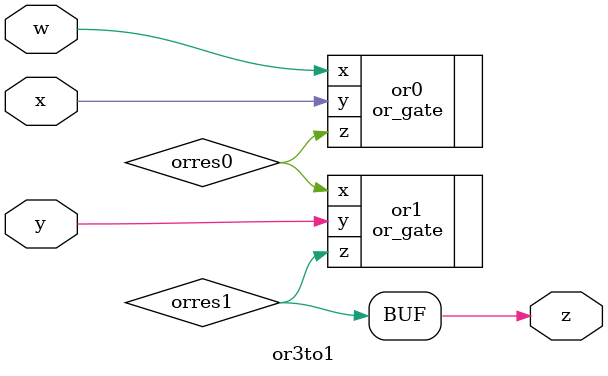
<source format=v>
module or3to1 (w, x, y, z);
    input w, x, y;
    output z;

    wire orres0, orres1;

    or_gate or0 (.x(w), .y(x), .z(orres0));
    or_gate or1 (.x(orres0), .y(y), .z(orres1));

    assign z = orres1;
endmodule

</source>
